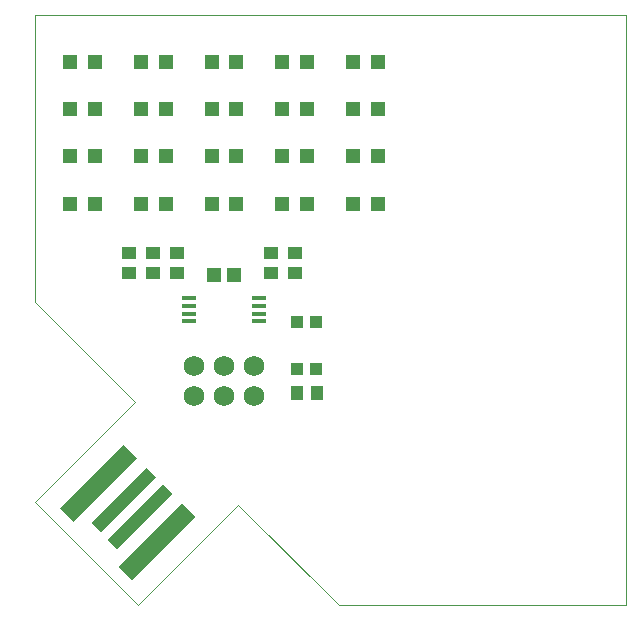
<source format=gts>
G75*
%MOIN*%
%OFA0B0*%
%FSLAX25Y25*%
%IPPOS*%
%LPD*%
%AMOC8*
5,1,8,0,0,1.08239X$1,22.5*
%
%ADD10C,0.00000*%
%ADD11R,0.04534X0.04652*%
%ADD12R,0.05124X0.01778*%
%ADD13R,0.04337X0.04337*%
%ADD14R,0.04337X0.04731*%
%ADD15C,0.06800*%
%ADD16R,0.29928X0.06306*%
%ADD17R,0.25991X0.04337*%
%ADD18R,0.05124X0.05124*%
%ADD19R,0.04731X0.04337*%
D10*
X0007833Y0042085D02*
X0041297Y0075549D01*
X0007833Y0109014D01*
X0007833Y0204683D01*
X0204683Y0204683D01*
X0204683Y0007833D01*
X0109014Y0007833D01*
X0075549Y0041297D01*
X0042085Y0007833D01*
X0007833Y0042085D01*
D11*
X0067380Y0118069D03*
X0074270Y0118069D03*
D12*
X0082341Y0110097D03*
X0082341Y0107538D03*
X0082341Y0104979D03*
X0082341Y0102420D03*
X0059309Y0102420D03*
X0059309Y0104979D03*
X0059309Y0107538D03*
X0059309Y0110097D03*
D13*
X0095234Y0102321D03*
X0101534Y0102321D03*
X0101534Y0086573D03*
X0095234Y0086573D03*
D14*
X0095038Y0078699D03*
X0101731Y0078699D03*
D15*
X0080825Y0077636D03*
X0070825Y0077636D03*
X0060825Y0077636D03*
X0060825Y0087636D03*
X0070825Y0087636D03*
X0080825Y0087636D03*
D16*
G36*
X0041839Y0056867D02*
X0020678Y0035706D01*
X0016219Y0040165D01*
X0037380Y0061326D01*
X0041839Y0056867D01*
G37*
G36*
X0061326Y0037380D02*
X0040165Y0016219D01*
X0035706Y0020678D01*
X0056867Y0041839D01*
X0061326Y0037380D01*
G37*
D17*
G36*
X0053669Y0045035D02*
X0035293Y0026659D01*
X0032227Y0029725D01*
X0050603Y0048101D01*
X0053669Y0045035D01*
G37*
G36*
X0048101Y0050603D02*
X0029725Y0032227D01*
X0026659Y0035293D01*
X0045035Y0053669D01*
X0048101Y0050603D01*
G37*
D18*
X0051337Y0141691D03*
X0043069Y0141691D03*
X0027715Y0141691D03*
X0019447Y0141691D03*
X0019447Y0157439D03*
X0027715Y0157439D03*
X0043069Y0157439D03*
X0051337Y0157439D03*
X0066691Y0157439D03*
X0074959Y0157439D03*
X0090313Y0157439D03*
X0098581Y0157439D03*
X0113935Y0157439D03*
X0122203Y0157439D03*
X0122203Y0141691D03*
X0113935Y0141691D03*
X0098581Y0141691D03*
X0090313Y0141691D03*
X0074959Y0141691D03*
X0066691Y0141691D03*
X0066691Y0173187D03*
X0074959Y0173187D03*
X0090313Y0173187D03*
X0098581Y0173187D03*
X0098581Y0188935D03*
X0090313Y0188935D03*
X0074959Y0188935D03*
X0066691Y0188935D03*
X0051337Y0188935D03*
X0043069Y0188935D03*
X0027715Y0188935D03*
X0019447Y0188935D03*
X0019447Y0173187D03*
X0027715Y0173187D03*
X0043069Y0173187D03*
X0051337Y0173187D03*
X0113935Y0173187D03*
X0122203Y0173187D03*
X0122203Y0188935D03*
X0113935Y0188935D03*
D19*
X0094447Y0125353D03*
X0094447Y0118660D03*
X0086573Y0118660D03*
X0086573Y0125353D03*
X0055077Y0125353D03*
X0055077Y0118660D03*
X0047203Y0118660D03*
X0047203Y0125353D03*
X0039329Y0125353D03*
X0039329Y0118660D03*
M02*

</source>
